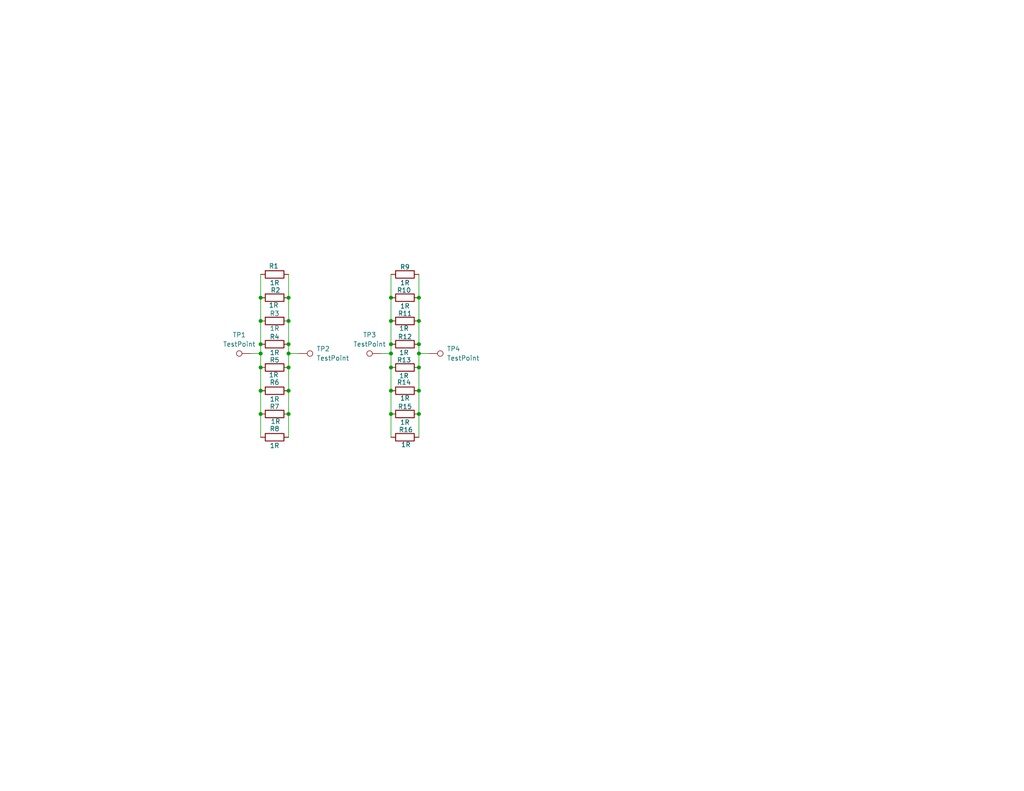
<source format=kicad_sch>
(kicad_sch
	(version 20231120)
	(generator "eeschema")
	(generator_version "8.0")
	(uuid "a6a62582-87c6-45e3-ba0e-6bcb1ce5fea1")
	(paper "USLetter")
	(title_block
		(title "Current Sense")
		(rev "0")
		(company "Wurth Elektronic")
	)
	(lib_symbols
		(symbol "Connector:TestPoint"
			(pin_numbers hide)
			(pin_names
				(offset 0.762) hide)
			(exclude_from_sim no)
			(in_bom yes)
			(on_board yes)
			(property "Reference" "TP"
				(at 0 6.858 0)
				(effects
					(font
						(size 1.27 1.27)
					)
				)
			)
			(property "Value" "TestPoint"
				(at 0 5.08 0)
				(effects
					(font
						(size 1.27 1.27)
					)
				)
			)
			(property "Footprint" ""
				(at 5.08 0 0)
				(effects
					(font
						(size 1.27 1.27)
					)
					(hide yes)
				)
			)
			(property "Datasheet" "~"
				(at 5.08 0 0)
				(effects
					(font
						(size 1.27 1.27)
					)
					(hide yes)
				)
			)
			(property "Description" "test point"
				(at 0 0 0)
				(effects
					(font
						(size 1.27 1.27)
					)
					(hide yes)
				)
			)
			(property "ki_keywords" "test point tp"
				(at 0 0 0)
				(effects
					(font
						(size 1.27 1.27)
					)
					(hide yes)
				)
			)
			(property "ki_fp_filters" "Pin* Test*"
				(at 0 0 0)
				(effects
					(font
						(size 1.27 1.27)
					)
					(hide yes)
				)
			)
			(symbol "TestPoint_0_1"
				(circle
					(center 0 3.302)
					(radius 0.762)
					(stroke
						(width 0)
						(type default)
					)
					(fill
						(type none)
					)
				)
			)
			(symbol "TestPoint_1_1"
				(pin passive line
					(at 0 0 90)
					(length 2.54)
					(name "1"
						(effects
							(font
								(size 1.27 1.27)
							)
						)
					)
					(number "1"
						(effects
							(font
								(size 1.27 1.27)
							)
						)
					)
				)
			)
		)
		(symbol "Device:R"
			(pin_numbers hide)
			(pin_names
				(offset 0)
			)
			(exclude_from_sim no)
			(in_bom yes)
			(on_board yes)
			(property "Reference" "R"
				(at 2.032 0 90)
				(effects
					(font
						(size 1.27 1.27)
					)
				)
			)
			(property "Value" "R"
				(at 0 0 90)
				(effects
					(font
						(size 1.27 1.27)
					)
				)
			)
			(property "Footprint" ""
				(at -1.778 0 90)
				(effects
					(font
						(size 1.27 1.27)
					)
					(hide yes)
				)
			)
			(property "Datasheet" "~"
				(at 0 0 0)
				(effects
					(font
						(size 1.27 1.27)
					)
					(hide yes)
				)
			)
			(property "Description" "Resistor"
				(at 0 0 0)
				(effects
					(font
						(size 1.27 1.27)
					)
					(hide yes)
				)
			)
			(property "ki_keywords" "R res resistor"
				(at 0 0 0)
				(effects
					(font
						(size 1.27 1.27)
					)
					(hide yes)
				)
			)
			(property "ki_fp_filters" "R_*"
				(at 0 0 0)
				(effects
					(font
						(size 1.27 1.27)
					)
					(hide yes)
				)
			)
			(symbol "R_0_1"
				(rectangle
					(start -1.016 -2.54)
					(end 1.016 2.54)
					(stroke
						(width 0.254)
						(type default)
					)
					(fill
						(type none)
					)
				)
			)
			(symbol "R_1_1"
				(pin passive line
					(at 0 3.81 270)
					(length 1.27)
					(name "~"
						(effects
							(font
								(size 1.27 1.27)
							)
						)
					)
					(number "1"
						(effects
							(font
								(size 1.27 1.27)
							)
						)
					)
				)
				(pin passive line
					(at 0 -3.81 90)
					(length 1.27)
					(name "~"
						(effects
							(font
								(size 1.27 1.27)
							)
						)
					)
					(number "2"
						(effects
							(font
								(size 1.27 1.27)
							)
						)
					)
				)
			)
		)
	)
	(junction
		(at 114.3 87.63)
		(diameter 0)
		(color 0 0 0 0)
		(uuid "0185dc6f-8cb6-47b5-b18a-dca40be2b3cf")
	)
	(junction
		(at 106.68 96.52)
		(diameter 0)
		(color 0 0 0 0)
		(uuid "06efbc38-b115-4cf9-9831-26de687e8651")
	)
	(junction
		(at 106.68 81.28)
		(diameter 0)
		(color 0 0 0 0)
		(uuid "121226cf-1887-4b2b-8bd9-8662af7d1da9")
	)
	(junction
		(at 71.12 106.68)
		(diameter 0)
		(color 0 0 0 0)
		(uuid "1cb420dd-bf13-4915-afd2-644790906d2d")
	)
	(junction
		(at 78.74 93.98)
		(diameter 0)
		(color 0 0 0 0)
		(uuid "205cea39-10e2-40b8-b69c-a861d8de1452")
	)
	(junction
		(at 106.68 87.63)
		(diameter 0)
		(color 0 0 0 0)
		(uuid "216fdf15-6a52-41ce-9518-2003a7e7a1e3")
	)
	(junction
		(at 78.74 81.28)
		(diameter 0)
		(color 0 0 0 0)
		(uuid "26ba3500-98b6-492c-acf7-eb87833fdc18")
	)
	(junction
		(at 71.12 87.63)
		(diameter 0)
		(color 0 0 0 0)
		(uuid "2967c0da-bc19-44c6-9e1f-e842956cb643")
	)
	(junction
		(at 78.74 100.33)
		(diameter 0)
		(color 0 0 0 0)
		(uuid "2a71ddd2-3a88-4173-b8f8-62113a9ef65c")
	)
	(junction
		(at 78.74 113.03)
		(diameter 0)
		(color 0 0 0 0)
		(uuid "331ef5c8-4b53-4031-9717-eeed7cd7b793")
	)
	(junction
		(at 106.68 100.33)
		(diameter 0)
		(color 0 0 0 0)
		(uuid "341b22d5-2cb3-4223-a9e0-4980b90b457f")
	)
	(junction
		(at 114.3 100.33)
		(diameter 0)
		(color 0 0 0 0)
		(uuid "370ad284-85b5-465a-a7e3-6002e3e03d52")
	)
	(junction
		(at 114.3 96.52)
		(diameter 0)
		(color 0 0 0 0)
		(uuid "43975f50-71a7-410e-b17e-1ecba5a782e5")
	)
	(junction
		(at 78.74 96.52)
		(diameter 0)
		(color 0 0 0 0)
		(uuid "575a0e70-a3df-459e-ad61-666977d0577e")
	)
	(junction
		(at 71.12 113.03)
		(diameter 0)
		(color 0 0 0 0)
		(uuid "58d27a41-e3ae-4f32-bcc7-2f43818dfe72")
	)
	(junction
		(at 114.3 106.68)
		(diameter 0)
		(color 0 0 0 0)
		(uuid "764b191b-3a62-4fec-be36-053f4051161a")
	)
	(junction
		(at 106.68 93.98)
		(diameter 0)
		(color 0 0 0 0)
		(uuid "7972db33-e0eb-40dd-ae7a-baccee0ad68e")
	)
	(junction
		(at 71.12 81.28)
		(diameter 0)
		(color 0 0 0 0)
		(uuid "884dc57e-95a6-40c8-938c-c80016fabcd9")
	)
	(junction
		(at 78.74 87.63)
		(diameter 0)
		(color 0 0 0 0)
		(uuid "8bfc51a7-ca7d-4a47-90fe-e1e814b18154")
	)
	(junction
		(at 114.3 113.03)
		(diameter 0)
		(color 0 0 0 0)
		(uuid "8e6766df-38e0-4895-ae69-d667413a84dd")
	)
	(junction
		(at 114.3 81.28)
		(diameter 0)
		(color 0 0 0 0)
		(uuid "9f0eccb7-0634-4907-924c-09b47c93d15d")
	)
	(junction
		(at 71.12 93.98)
		(diameter 0)
		(color 0 0 0 0)
		(uuid "acc15fba-5368-4283-a807-ed5179e8ab62")
	)
	(junction
		(at 114.3 93.98)
		(diameter 0)
		(color 0 0 0 0)
		(uuid "b4c052a7-22ce-4c57-8398-0765ca2e5d08")
	)
	(junction
		(at 71.12 100.33)
		(diameter 0)
		(color 0 0 0 0)
		(uuid "d2741674-acc5-4b94-b01e-bd44df26e495")
	)
	(junction
		(at 78.74 106.68)
		(diameter 0)
		(color 0 0 0 0)
		(uuid "e323e427-9998-4bf4-a3dd-76a14762b26b")
	)
	(junction
		(at 71.12 96.52)
		(diameter 0)
		(color 0 0 0 0)
		(uuid "e41afbe5-b3b3-40fd-a7f7-8ed9285cec6c")
	)
	(junction
		(at 106.68 106.68)
		(diameter 0)
		(color 0 0 0 0)
		(uuid "e8228cdb-3ed4-47b3-adb4-6405cea16bdb")
	)
	(junction
		(at 106.68 113.03)
		(diameter 0)
		(color 0 0 0 0)
		(uuid "ebcf8ff5-a918-41ef-9357-7524064d7b56")
	)
	(wire
		(pts
			(xy 106.68 81.28) (xy 106.68 74.93)
		)
		(stroke
			(width 0)
			(type default)
		)
		(uuid "0267f5ff-a863-41c6-9907-9655dfd5374a")
	)
	(wire
		(pts
			(xy 106.68 100.33) (xy 106.68 96.52)
		)
		(stroke
			(width 0)
			(type default)
		)
		(uuid "0bb3a465-7aa5-480e-8ddc-9620093e0487")
	)
	(wire
		(pts
			(xy 78.74 96.52) (xy 81.28 96.52)
		)
		(stroke
			(width 0)
			(type default)
		)
		(uuid "0d7ed854-9ed3-4175-8cbd-d6f5c2229f45")
	)
	(wire
		(pts
			(xy 78.74 93.98) (xy 78.74 96.52)
		)
		(stroke
			(width 0)
			(type default)
		)
		(uuid "14fa8f5e-1638-432e-8caf-daa12bd8d875")
	)
	(wire
		(pts
			(xy 106.68 106.68) (xy 106.68 100.33)
		)
		(stroke
			(width 0)
			(type default)
		)
		(uuid "1ae8cf11-5e7e-4b08-a7dd-92b7cce71ac4")
	)
	(wire
		(pts
			(xy 114.3 87.63) (xy 114.3 93.98)
		)
		(stroke
			(width 0)
			(type default)
		)
		(uuid "1c24b740-2aab-4ad2-9475-f5be2b6621dd")
	)
	(wire
		(pts
			(xy 71.12 74.93) (xy 71.12 81.28)
		)
		(stroke
			(width 0)
			(type default)
		)
		(uuid "244abf42-83a8-4469-befb-f3048660ce8e")
	)
	(wire
		(pts
			(xy 106.68 113.03) (xy 106.68 106.68)
		)
		(stroke
			(width 0)
			(type default)
		)
		(uuid "2d093672-5ee0-416e-8ad1-f73b607ca0f6")
	)
	(wire
		(pts
			(xy 106.68 93.98) (xy 106.68 87.63)
		)
		(stroke
			(width 0)
			(type default)
		)
		(uuid "30b7520d-abc3-4f6a-8678-3cb60c1729a8")
	)
	(wire
		(pts
			(xy 78.74 106.68) (xy 78.74 113.03)
		)
		(stroke
			(width 0)
			(type default)
		)
		(uuid "33fedbfe-be4d-4948-9e37-07691a185d2f")
	)
	(wire
		(pts
			(xy 114.3 96.52) (xy 116.84 96.52)
		)
		(stroke
			(width 0)
			(type default)
		)
		(uuid "35e610b1-7498-4ea9-a478-a3e6344fc782")
	)
	(wire
		(pts
			(xy 71.12 96.52) (xy 71.12 100.33)
		)
		(stroke
			(width 0)
			(type default)
		)
		(uuid "36ae9fba-0fba-4d04-935f-357cc8f3bc0d")
	)
	(wire
		(pts
			(xy 106.68 87.63) (xy 106.68 81.28)
		)
		(stroke
			(width 0)
			(type default)
		)
		(uuid "4fba2e65-6b9a-45b1-8280-bb91ec6fad80")
	)
	(wire
		(pts
			(xy 71.12 113.03) (xy 71.12 119.38)
		)
		(stroke
			(width 0)
			(type default)
		)
		(uuid "528af737-33bc-4d9f-86a2-c589ce52875c")
	)
	(wire
		(pts
			(xy 106.68 96.52) (xy 106.68 93.98)
		)
		(stroke
			(width 0)
			(type default)
		)
		(uuid "5be47128-2378-404c-b282-22852275d11a")
	)
	(wire
		(pts
			(xy 114.3 96.52) (xy 114.3 100.33)
		)
		(stroke
			(width 0)
			(type default)
		)
		(uuid "7ded48c8-6a87-40ff-87a6-7889be563f86")
	)
	(wire
		(pts
			(xy 114.3 93.98) (xy 114.3 96.52)
		)
		(stroke
			(width 0)
			(type default)
		)
		(uuid "90f9852d-9d9a-49f8-a196-c22f7f9cb689")
	)
	(wire
		(pts
			(xy 71.12 100.33) (xy 71.12 106.68)
		)
		(stroke
			(width 0)
			(type default)
		)
		(uuid "97ec904a-a000-4d32-8cdb-3d07d89dbac0")
	)
	(wire
		(pts
			(xy 104.14 96.52) (xy 106.68 96.52)
		)
		(stroke
			(width 0)
			(type default)
		)
		(uuid "99fec854-f5cc-49d6-b2dd-6b64f724c83d")
	)
	(wire
		(pts
			(xy 114.3 113.03) (xy 114.3 119.38)
		)
		(stroke
			(width 0)
			(type default)
		)
		(uuid "9bc15007-1c36-4fb6-85d2-340432a896ec")
	)
	(wire
		(pts
			(xy 78.74 100.33) (xy 78.74 106.68)
		)
		(stroke
			(width 0)
			(type default)
		)
		(uuid "9fe872bd-1f97-4b77-a530-633dfbf737f2")
	)
	(wire
		(pts
			(xy 78.74 96.52) (xy 78.74 100.33)
		)
		(stroke
			(width 0)
			(type default)
		)
		(uuid "a0085b2e-3949-4a51-98cd-0b90e00c6601")
	)
	(wire
		(pts
			(xy 68.58 96.52) (xy 71.12 96.52)
		)
		(stroke
			(width 0)
			(type default)
		)
		(uuid "b815b900-8b87-4608-8413-c7f914c8bd96")
	)
	(wire
		(pts
			(xy 114.3 81.28) (xy 114.3 87.63)
		)
		(stroke
			(width 0)
			(type default)
		)
		(uuid "b9479008-5608-4d3a-a6b9-c6db1ecfd3bb")
	)
	(wire
		(pts
			(xy 114.3 106.68) (xy 114.3 113.03)
		)
		(stroke
			(width 0)
			(type default)
		)
		(uuid "bad516b7-7154-4a98-a48b-a94906a11187")
	)
	(wire
		(pts
			(xy 71.12 106.68) (xy 71.12 113.03)
		)
		(stroke
			(width 0)
			(type default)
		)
		(uuid "baeade77-38fb-4a67-80bf-bf87b30f153c")
	)
	(wire
		(pts
			(xy 78.74 113.03) (xy 78.74 119.38)
		)
		(stroke
			(width 0)
			(type default)
		)
		(uuid "be234b93-d4fa-4a10-9e55-8bf2b4fe56a8")
	)
	(wire
		(pts
			(xy 71.12 87.63) (xy 71.12 93.98)
		)
		(stroke
			(width 0)
			(type default)
		)
		(uuid "cab565f4-627e-4e7d-8705-4841e0be08ae")
	)
	(wire
		(pts
			(xy 71.12 81.28) (xy 71.12 87.63)
		)
		(stroke
			(width 0)
			(type default)
		)
		(uuid "d788b911-4b4f-4acf-9042-3bc6ce66c3cb")
	)
	(wire
		(pts
			(xy 106.68 119.38) (xy 106.68 113.03)
		)
		(stroke
			(width 0)
			(type default)
		)
		(uuid "d8055045-b851-4247-9224-a0cf732b5387")
	)
	(wire
		(pts
			(xy 114.3 74.93) (xy 114.3 81.28)
		)
		(stroke
			(width 0)
			(type default)
		)
		(uuid "df292e04-4341-493e-b905-1581955a574f")
	)
	(wire
		(pts
			(xy 114.3 100.33) (xy 114.3 106.68)
		)
		(stroke
			(width 0)
			(type default)
		)
		(uuid "e26ec5b5-3aa4-4d19-9ef8-8fd668a3940d")
	)
	(wire
		(pts
			(xy 78.74 74.93) (xy 78.74 81.28)
		)
		(stroke
			(width 0)
			(type default)
		)
		(uuid "e5bc955e-38ce-4087-8eed-80fef77f4abe")
	)
	(wire
		(pts
			(xy 71.12 93.98) (xy 71.12 96.52)
		)
		(stroke
			(width 0)
			(type default)
		)
		(uuid "f27fe8b1-af1c-4bf8-8a74-fe4a1a4bdeef")
	)
	(wire
		(pts
			(xy 78.74 87.63) (xy 78.74 93.98)
		)
		(stroke
			(width 0)
			(type default)
		)
		(uuid "faf26e5e-efc9-45c0-8656-66be920ae6fe")
	)
	(wire
		(pts
			(xy 78.74 81.28) (xy 78.74 87.63)
		)
		(stroke
			(width 0)
			(type default)
		)
		(uuid "fc626920-3f24-4a93-86d5-06e276d203ea")
	)
	(symbol
		(lib_id "Device:R")
		(at 110.49 74.93 90)
		(unit 1)
		(exclude_from_sim no)
		(in_bom yes)
		(on_board yes)
		(dnp no)
		(uuid "03fc9666-b44e-4b98-a5b5-e878c1364c33")
		(property "Reference" "R9"
			(at 110.49 72.898 90)
			(effects
				(font
					(size 1.27 1.27)
				)
			)
		)
		(property "Value" "1R"
			(at 110.49 77.216 90)
			(effects
				(font
					(size 1.27 1.27)
				)
			)
		)
		(property "Footprint" "Resistor_SMD:R_0805_2012Metric"
			(at 110.49 76.708 90)
			(effects
				(font
					(size 1.27 1.27)
				)
				(hide yes)
			)
		)
		(property "Datasheet" "~"
			(at 110.49 74.93 0)
			(effects
				(font
					(size 1.27 1.27)
				)
				(hide yes)
			)
		)
		(property "Description" "Resistor"
			(at 110.49 74.93 0)
			(effects
				(font
					(size 1.27 1.27)
				)
				(hide yes)
			)
		)
		(pin "1"
			(uuid "e19ff3eb-5126-4e29-8485-5e16aca874cf")
		)
		(pin "2"
			(uuid "bd2f4dc5-b21b-47a9-b513-232310f3b76d")
		)
		(instances
			(project "ST2402"
				(path "/05d99ba5-bbac-4bd6-931a-0f6166a2e0ac/9cbeec5c-25e9-4b6c-84b3-ee5601b6ae17"
					(reference "R9")
					(unit 1)
				)
			)
		)
	)
	(symbol
		(lib_id "Device:R")
		(at 110.49 93.98 90)
		(unit 1)
		(exclude_from_sim no)
		(in_bom yes)
		(on_board yes)
		(dnp no)
		(uuid "06c077ee-1f9d-4e5b-ab5b-f720292255aa")
		(property "Reference" "R12"
			(at 110.49 91.948 90)
			(effects
				(font
					(size 1.27 1.27)
				)
			)
		)
		(property "Value" "1R"
			(at 110.236 96.266 90)
			(effects
				(font
					(size 1.27 1.27)
				)
			)
		)
		(property "Footprint" "Resistor_SMD:R_0805_2012Metric"
			(at 110.49 95.758 90)
			(effects
				(font
					(size 1.27 1.27)
				)
				(hide yes)
			)
		)
		(property "Datasheet" "~"
			(at 110.49 93.98 0)
			(effects
				(font
					(size 1.27 1.27)
				)
				(hide yes)
			)
		)
		(property "Description" "Resistor"
			(at 110.49 93.98 0)
			(effects
				(font
					(size 1.27 1.27)
				)
				(hide yes)
			)
		)
		(pin "1"
			(uuid "8f628437-aac7-4bf8-95af-d1aaf7785d0a")
		)
		(pin "2"
			(uuid "a9ab0ca0-f9df-4255-93ea-4b6d8311c349")
		)
		(instances
			(project "ST2402"
				(path "/05d99ba5-bbac-4bd6-931a-0f6166a2e0ac/9cbeec5c-25e9-4b6c-84b3-ee5601b6ae17"
					(reference "R12")
					(unit 1)
				)
			)
		)
	)
	(symbol
		(lib_id "Device:R")
		(at 110.49 106.68 90)
		(unit 1)
		(exclude_from_sim no)
		(in_bom yes)
		(on_board yes)
		(dnp no)
		(uuid "123fa4c7-fb07-4092-9b60-619be17cb2ba")
		(property "Reference" "R14"
			(at 110.236 104.394 90)
			(effects
				(font
					(size 1.27 1.27)
				)
			)
		)
		(property "Value" "1R"
			(at 110.49 108.712 90)
			(effects
				(font
					(size 1.27 1.27)
				)
			)
		)
		(property "Footprint" "Resistor_SMD:R_0805_2012Metric"
			(at 110.49 108.458 90)
			(effects
				(font
					(size 1.27 1.27)
				)
				(hide yes)
			)
		)
		(property "Datasheet" "~"
			(at 110.49 106.68 0)
			(effects
				(font
					(size 1.27 1.27)
				)
				(hide yes)
			)
		)
		(property "Description" "Resistor"
			(at 110.49 106.68 0)
			(effects
				(font
					(size 1.27 1.27)
				)
				(hide yes)
			)
		)
		(pin "1"
			(uuid "b82f27aa-eec7-4d25-9bc1-c9d4d423f45c")
		)
		(pin "2"
			(uuid "400633a7-e4cd-40f7-aac4-43084d895b4a")
		)
		(instances
			(project "ST2402"
				(path "/05d99ba5-bbac-4bd6-931a-0f6166a2e0ac/9cbeec5c-25e9-4b6c-84b3-ee5601b6ae17"
					(reference "R14")
					(unit 1)
				)
			)
		)
	)
	(symbol
		(lib_id "Device:R")
		(at 74.93 106.68 90)
		(unit 1)
		(exclude_from_sim no)
		(in_bom yes)
		(on_board yes)
		(dnp no)
		(uuid "272b3fac-5742-401d-85f9-e43dd2ef87fa")
		(property "Reference" "R6"
			(at 74.93 104.394 90)
			(effects
				(font
					(size 1.27 1.27)
				)
			)
		)
		(property "Value" "1R"
			(at 74.93 108.966 90)
			(effects
				(font
					(size 1.27 1.27)
				)
			)
		)
		(property "Footprint" "Resistor_SMD:R_0805_2012Metric"
			(at 74.93 108.458 90)
			(effects
				(font
					(size 1.27 1.27)
				)
				(hide yes)
			)
		)
		(property "Datasheet" "~"
			(at 74.93 106.68 0)
			(effects
				(font
					(size 1.27 1.27)
				)
				(hide yes)
			)
		)
		(property "Description" "Resistor"
			(at 74.93 106.68 0)
			(effects
				(font
					(size 1.27 1.27)
				)
				(hide yes)
			)
		)
		(pin "1"
			(uuid "0c0b68cd-3601-4540-9b23-9b40a05d4620")
		)
		(pin "2"
			(uuid "fadad3a4-dfec-4f72-ae94-1fb03c4b0614")
		)
		(instances
			(project "ST2402"
				(path "/05d99ba5-bbac-4bd6-931a-0f6166a2e0ac/9cbeec5c-25e9-4b6c-84b3-ee5601b6ae17"
					(reference "R6")
					(unit 1)
				)
			)
		)
	)
	(symbol
		(lib_id "Connector:TestPoint")
		(at 116.84 96.52 270)
		(unit 1)
		(exclude_from_sim no)
		(in_bom yes)
		(on_board yes)
		(dnp no)
		(fields_autoplaced yes)
		(uuid "317c550f-a57d-4171-a9ac-361355473ff5")
		(property "Reference" "TP4"
			(at 121.92 95.2499 90)
			(effects
				(font
					(size 1.27 1.27)
				)
				(justify left)
			)
		)
		(property "Value" "TestPoint"
			(at 121.92 97.7899 90)
			(effects
				(font
					(size 1.27 1.27)
				)
				(justify left)
			)
		)
		(property "Footprint" ""
			(at 116.84 101.6 0)
			(effects
				(font
					(size 1.27 1.27)
				)
				(hide yes)
			)
		)
		(property "Datasheet" "~"
			(at 116.84 101.6 0)
			(effects
				(font
					(size 1.27 1.27)
				)
				(hide yes)
			)
		)
		(property "Description" "test point"
			(at 116.84 96.52 0)
			(effects
				(font
					(size 1.27 1.27)
				)
				(hide yes)
			)
		)
		(pin "1"
			(uuid "4f6dc455-076d-4ca9-8885-7fdf8a4e8a9d")
		)
		(instances
			(project "ST2402"
				(path "/05d99ba5-bbac-4bd6-931a-0f6166a2e0ac/9cbeec5c-25e9-4b6c-84b3-ee5601b6ae17"
					(reference "TP4")
					(unit 1)
				)
			)
		)
	)
	(symbol
		(lib_id "Device:R")
		(at 110.49 113.03 90)
		(unit 1)
		(exclude_from_sim no)
		(in_bom yes)
		(on_board yes)
		(dnp no)
		(uuid "3ca2231b-7c8e-4749-9c99-a48240002651")
		(property "Reference" "R15"
			(at 110.49 110.998 90)
			(effects
				(font
					(size 1.27 1.27)
				)
			)
		)
		(property "Value" "1R"
			(at 110.49 115.316 90)
			(effects
				(font
					(size 1.27 1.27)
				)
			)
		)
		(property "Footprint" "Resistor_SMD:R_0805_2012Metric"
			(at 110.49 114.808 90)
			(effects
				(font
					(size 1.27 1.27)
				)
				(hide yes)
			)
		)
		(property "Datasheet" "~"
			(at 110.49 113.03 0)
			(effects
				(font
					(size 1.27 1.27)
				)
				(hide yes)
			)
		)
		(property "Description" "Resistor"
			(at 110.49 113.03 0)
			(effects
				(font
					(size 1.27 1.27)
				)
				(hide yes)
			)
		)
		(pin "1"
			(uuid "402fb3e4-e20a-4143-8ee2-466b9abeacb6")
		)
		(pin "2"
			(uuid "fd486950-882f-418d-8ec8-9077526a07a4")
		)
		(instances
			(project "ST2402"
				(path "/05d99ba5-bbac-4bd6-931a-0f6166a2e0ac/9cbeec5c-25e9-4b6c-84b3-ee5601b6ae17"
					(reference "R15")
					(unit 1)
				)
			)
		)
	)
	(symbol
		(lib_id "Device:R")
		(at 74.93 100.33 90)
		(unit 1)
		(exclude_from_sim no)
		(in_bom yes)
		(on_board yes)
		(dnp no)
		(uuid "4d1a088a-dd41-4694-af18-a87e6b698026")
		(property "Reference" "R5"
			(at 74.93 98.298 90)
			(effects
				(font
					(size 1.27 1.27)
				)
			)
		)
		(property "Value" "1R"
			(at 74.676 102.362 90)
			(effects
				(font
					(size 1.27 1.27)
				)
			)
		)
		(property "Footprint" "Resistor_SMD:R_0805_2012Metric"
			(at 74.93 102.108 90)
			(effects
				(font
					(size 1.27 1.27)
				)
				(hide yes)
			)
		)
		(property "Datasheet" "~"
			(at 74.93 100.33 0)
			(effects
				(font
					(size 1.27 1.27)
				)
				(hide yes)
			)
		)
		(property "Description" "Resistor"
			(at 74.93 100.33 0)
			(effects
				(font
					(size 1.27 1.27)
				)
				(hide yes)
			)
		)
		(pin "1"
			(uuid "4dfef20f-a37a-412e-8911-d112440f919f")
		)
		(pin "2"
			(uuid "f45fdbab-f9b5-4059-aeac-369273d742e3")
		)
		(instances
			(project "ST2402"
				(path "/05d99ba5-bbac-4bd6-931a-0f6166a2e0ac/9cbeec5c-25e9-4b6c-84b3-ee5601b6ae17"
					(reference "R5")
					(unit 1)
				)
			)
		)
	)
	(symbol
		(lib_id "Device:R")
		(at 74.93 93.98 90)
		(unit 1)
		(exclude_from_sim no)
		(in_bom yes)
		(on_board yes)
		(dnp no)
		(uuid "54348b70-4391-4c89-9c95-5e3ceb3bef86")
		(property "Reference" "R4"
			(at 74.93 91.948 90)
			(effects
				(font
					(size 1.27 1.27)
				)
			)
		)
		(property "Value" "1R"
			(at 74.93 96.266 90)
			(effects
				(font
					(size 1.27 1.27)
				)
			)
		)
		(property "Footprint" "Resistor_SMD:R_0805_2012Metric"
			(at 74.93 95.758 90)
			(effects
				(font
					(size 1.27 1.27)
				)
				(hide yes)
			)
		)
		(property "Datasheet" "~"
			(at 74.93 93.98 0)
			(effects
				(font
					(size 1.27 1.27)
				)
				(hide yes)
			)
		)
		(property "Description" "Resistor"
			(at 74.93 93.98 0)
			(effects
				(font
					(size 1.27 1.27)
				)
				(hide yes)
			)
		)
		(pin "1"
			(uuid "6bd60e2b-33c7-486a-a10d-81541315d0c7")
		)
		(pin "2"
			(uuid "7638daaf-d18f-4be3-8a6b-d66773a5d266")
		)
		(instances
			(project "ST2402"
				(path "/05d99ba5-bbac-4bd6-931a-0f6166a2e0ac/9cbeec5c-25e9-4b6c-84b3-ee5601b6ae17"
					(reference "R4")
					(unit 1)
				)
			)
		)
	)
	(symbol
		(lib_id "Device:R")
		(at 110.49 81.28 90)
		(unit 1)
		(exclude_from_sim no)
		(in_bom yes)
		(on_board yes)
		(dnp no)
		(uuid "5afbca62-7ab8-429d-8bdb-e9a1d6f8c215")
		(property "Reference" "R10"
			(at 110.236 79.248 90)
			(effects
				(font
					(size 1.27 1.27)
				)
			)
		)
		(property "Value" "1R"
			(at 110.49 83.566 90)
			(effects
				(font
					(size 1.27 1.27)
				)
			)
		)
		(property "Footprint" "Resistor_SMD:R_0805_2012Metric"
			(at 110.49 83.058 90)
			(effects
				(font
					(size 1.27 1.27)
				)
				(hide yes)
			)
		)
		(property "Datasheet" "~"
			(at 110.49 81.28 0)
			(effects
				(font
					(size 1.27 1.27)
				)
				(hide yes)
			)
		)
		(property "Description" "Resistor"
			(at 110.49 81.28 0)
			(effects
				(font
					(size 1.27 1.27)
				)
				(hide yes)
			)
		)
		(pin "1"
			(uuid "5ce3b173-25f6-40f2-85e6-e35cfe14d2dd")
		)
		(pin "2"
			(uuid "5970d210-78a7-412d-ad74-8af0c6c13ada")
		)
		(instances
			(project "ST2402"
				(path "/05d99ba5-bbac-4bd6-931a-0f6166a2e0ac/9cbeec5c-25e9-4b6c-84b3-ee5601b6ae17"
					(reference "R10")
					(unit 1)
				)
			)
		)
	)
	(symbol
		(lib_id "Device:R")
		(at 74.93 74.93 90)
		(unit 1)
		(exclude_from_sim no)
		(in_bom yes)
		(on_board yes)
		(dnp no)
		(uuid "62e325d4-0e68-4d48-a705-dc529a1a9afd")
		(property "Reference" "R1"
			(at 74.676 72.644 90)
			(effects
				(font
					(size 1.27 1.27)
				)
			)
		)
		(property "Value" "1R"
			(at 74.93 77.216 90)
			(effects
				(font
					(size 1.27 1.27)
				)
			)
		)
		(property "Footprint" "Resistor_SMD:R_0805_2012Metric"
			(at 74.93 76.708 90)
			(effects
				(font
					(size 1.27 1.27)
				)
				(hide yes)
			)
		)
		(property "Datasheet" "~"
			(at 74.93 74.93 0)
			(effects
				(font
					(size 1.27 1.27)
				)
				(hide yes)
			)
		)
		(property "Description" "Resistor"
			(at 74.93 74.93 0)
			(effects
				(font
					(size 1.27 1.27)
				)
				(hide yes)
			)
		)
		(pin "1"
			(uuid "a908363d-ea56-4fee-b6e5-d4c9917c4fe0")
		)
		(pin "2"
			(uuid "73bb5e51-6425-4897-9577-c054f7d5c3ba")
		)
		(instances
			(project ""
				(path "/05d99ba5-bbac-4bd6-931a-0f6166a2e0ac/9cbeec5c-25e9-4b6c-84b3-ee5601b6ae17"
					(reference "R1")
					(unit 1)
				)
			)
		)
	)
	(symbol
		(lib_id "Device:R")
		(at 74.93 119.38 90)
		(unit 1)
		(exclude_from_sim no)
		(in_bom yes)
		(on_board yes)
		(dnp no)
		(uuid "912d16b6-9242-4269-9b5d-11e31b18982c")
		(property "Reference" "R8"
			(at 74.93 117.094 90)
			(effects
				(font
					(size 1.27 1.27)
				)
			)
		)
		(property "Value" "1R"
			(at 74.93 121.666 90)
			(effects
				(font
					(size 1.27 1.27)
				)
			)
		)
		(property "Footprint" "Resistor_SMD:R_0805_2012Metric"
			(at 74.93 121.158 90)
			(effects
				(font
					(size 1.27 1.27)
				)
				(hide yes)
			)
		)
		(property "Datasheet" "~"
			(at 74.93 119.38 0)
			(effects
				(font
					(size 1.27 1.27)
				)
				(hide yes)
			)
		)
		(property "Description" "Resistor"
			(at 74.93 119.38 0)
			(effects
				(font
					(size 1.27 1.27)
				)
				(hide yes)
			)
		)
		(pin "1"
			(uuid "f19a2d54-768f-4532-9e94-0e5dc722db30")
		)
		(pin "2"
			(uuid "2f0ea2b1-f78d-4782-b573-1f1a0bacbf12")
		)
		(instances
			(project "ST2402"
				(path "/05d99ba5-bbac-4bd6-931a-0f6166a2e0ac/9cbeec5c-25e9-4b6c-84b3-ee5601b6ae17"
					(reference "R8")
					(unit 1)
				)
			)
		)
	)
	(symbol
		(lib_id "Device:R")
		(at 74.93 113.03 90)
		(unit 1)
		(exclude_from_sim no)
		(in_bom yes)
		(on_board yes)
		(dnp no)
		(uuid "919ed1d9-6034-49d6-b1e5-3f84a21bc0be")
		(property "Reference" "R7"
			(at 74.93 110.998 90)
			(effects
				(font
					(size 1.27 1.27)
				)
			)
		)
		(property "Value" "1R"
			(at 75.184 115.062 90)
			(effects
				(font
					(size 1.27 1.27)
				)
			)
		)
		(property "Footprint" "Resistor_SMD:R_0805_2012Metric"
			(at 74.93 114.808 90)
			(effects
				(font
					(size 1.27 1.27)
				)
				(hide yes)
			)
		)
		(property "Datasheet" "~"
			(at 74.93 113.03 0)
			(effects
				(font
					(size 1.27 1.27)
				)
				(hide yes)
			)
		)
		(property "Description" "Resistor"
			(at 74.93 113.03 0)
			(effects
				(font
					(size 1.27 1.27)
				)
				(hide yes)
			)
		)
		(pin "1"
			(uuid "f1554f19-1a53-4c12-8559-c2b624f0c27c")
		)
		(pin "2"
			(uuid "e1014f30-673f-4687-b170-5c3463e69b76")
		)
		(instances
			(project "ST2402"
				(path "/05d99ba5-bbac-4bd6-931a-0f6166a2e0ac/9cbeec5c-25e9-4b6c-84b3-ee5601b6ae17"
					(reference "R7")
					(unit 1)
				)
			)
		)
	)
	(symbol
		(lib_id "Connector:TestPoint")
		(at 68.58 96.52 90)
		(unit 1)
		(exclude_from_sim no)
		(in_bom yes)
		(on_board yes)
		(dnp no)
		(fields_autoplaced yes)
		(uuid "960b652b-7076-4889-b3b3-32e115e09b7b")
		(property "Reference" "TP1"
			(at 65.278 91.44 90)
			(effects
				(font
					(size 1.27 1.27)
				)
			)
		)
		(property "Value" "TestPoint"
			(at 65.278 93.98 90)
			(effects
				(font
					(size 1.27 1.27)
				)
			)
		)
		(property "Footprint" ""
			(at 68.58 91.44 0)
			(effects
				(font
					(size 1.27 1.27)
				)
				(hide yes)
			)
		)
		(property "Datasheet" "~"
			(at 68.58 91.44 0)
			(effects
				(font
					(size 1.27 1.27)
				)
				(hide yes)
			)
		)
		(property "Description" "test point"
			(at 68.58 96.52 0)
			(effects
				(font
					(size 1.27 1.27)
				)
				(hide yes)
			)
		)
		(pin "1"
			(uuid "8d8b6469-c51a-47f9-bbeb-ccfa8fe382d0")
		)
		(instances
			(project ""
				(path "/05d99ba5-bbac-4bd6-931a-0f6166a2e0ac/9cbeec5c-25e9-4b6c-84b3-ee5601b6ae17"
					(reference "TP1")
					(unit 1)
				)
			)
		)
	)
	(symbol
		(lib_id "Device:R")
		(at 110.49 119.38 90)
		(unit 1)
		(exclude_from_sim no)
		(in_bom yes)
		(on_board yes)
		(dnp no)
		(uuid "9e4133d5-68b0-41f3-82f8-4e202fc472f7")
		(property "Reference" "R16"
			(at 110.744 117.348 90)
			(effects
				(font
					(size 1.27 1.27)
				)
			)
		)
		(property "Value" "1R"
			(at 110.744 121.412 90)
			(effects
				(font
					(size 1.27 1.27)
				)
			)
		)
		(property "Footprint" "Resistor_SMD:R_0805_2012Metric"
			(at 110.49 121.158 90)
			(effects
				(font
					(size 1.27 1.27)
				)
				(hide yes)
			)
		)
		(property "Datasheet" "~"
			(at 110.49 119.38 0)
			(effects
				(font
					(size 1.27 1.27)
				)
				(hide yes)
			)
		)
		(property "Description" "Resistor"
			(at 110.49 119.38 0)
			(effects
				(font
					(size 1.27 1.27)
				)
				(hide yes)
			)
		)
		(pin "1"
			(uuid "c3f988b9-68b5-42c1-8d04-ea3061fb74ae")
		)
		(pin "2"
			(uuid "120c5fcf-d76c-4e5a-860f-99833bab4824")
		)
		(instances
			(project "ST2402"
				(path "/05d99ba5-bbac-4bd6-931a-0f6166a2e0ac/9cbeec5c-25e9-4b6c-84b3-ee5601b6ae17"
					(reference "R16")
					(unit 1)
				)
			)
		)
	)
	(symbol
		(lib_id "Connector:TestPoint")
		(at 104.14 96.52 90)
		(unit 1)
		(exclude_from_sim no)
		(in_bom yes)
		(on_board yes)
		(dnp no)
		(fields_autoplaced yes)
		(uuid "b7a93577-f798-4dc1-b23c-4c7e4604eb96")
		(property "Reference" "TP3"
			(at 100.838 91.44 90)
			(effects
				(font
					(size 1.27 1.27)
				)
			)
		)
		(property "Value" "TestPoint"
			(at 100.838 93.98 90)
			(effects
				(font
					(size 1.27 1.27)
				)
			)
		)
		(property "Footprint" ""
			(at 104.14 91.44 0)
			(effects
				(font
					(size 1.27 1.27)
				)
				(hide yes)
			)
		)
		(property "Datasheet" "~"
			(at 104.14 91.44 0)
			(effects
				(font
					(size 1.27 1.27)
				)
				(hide yes)
			)
		)
		(property "Description" "test point"
			(at 104.14 96.52 0)
			(effects
				(font
					(size 1.27 1.27)
				)
				(hide yes)
			)
		)
		(pin "1"
			(uuid "29e4534f-d345-4e4b-a208-4e0991836480")
		)
		(instances
			(project "ST2402"
				(path "/05d99ba5-bbac-4bd6-931a-0f6166a2e0ac/9cbeec5c-25e9-4b6c-84b3-ee5601b6ae17"
					(reference "TP3")
					(unit 1)
				)
			)
		)
	)
	(symbol
		(lib_id "Device:R")
		(at 110.49 100.33 90)
		(unit 1)
		(exclude_from_sim no)
		(in_bom yes)
		(on_board yes)
		(dnp no)
		(uuid "bd901ffb-5174-45a2-bf0c-25f6cef7034d")
		(property "Reference" "R13"
			(at 110.236 98.298 90)
			(effects
				(font
					(size 1.27 1.27)
				)
			)
		)
		(property "Value" "1R"
			(at 110.236 102.616 90)
			(effects
				(font
					(size 1.27 1.27)
				)
			)
		)
		(property "Footprint" "Resistor_SMD:R_0805_2012Metric"
			(at 110.49 102.108 90)
			(effects
				(font
					(size 1.27 1.27)
				)
				(hide yes)
			)
		)
		(property "Datasheet" "~"
			(at 110.49 100.33 0)
			(effects
				(font
					(size 1.27 1.27)
				)
				(hide yes)
			)
		)
		(property "Description" "Resistor"
			(at 110.49 100.33 0)
			(effects
				(font
					(size 1.27 1.27)
				)
				(hide yes)
			)
		)
		(pin "1"
			(uuid "66f39cbd-84d0-45d7-93f4-d6e00ae49483")
		)
		(pin "2"
			(uuid "5cac12bf-c1f0-408a-9440-adedf0fb86b6")
		)
		(instances
			(project "ST2402"
				(path "/05d99ba5-bbac-4bd6-931a-0f6166a2e0ac/9cbeec5c-25e9-4b6c-84b3-ee5601b6ae17"
					(reference "R13")
					(unit 1)
				)
			)
		)
	)
	(symbol
		(lib_id "Device:R")
		(at 110.49 87.63 90)
		(unit 1)
		(exclude_from_sim no)
		(in_bom yes)
		(on_board yes)
		(dnp no)
		(uuid "c5e3c20f-e51f-4b09-8efb-7a9ee312d7cf")
		(property "Reference" "R11"
			(at 110.49 85.598 90)
			(effects
				(font
					(size 1.27 1.27)
				)
			)
		)
		(property "Value" "1R"
			(at 110.236 89.662 90)
			(effects
				(font
					(size 1.27 1.27)
				)
			)
		)
		(property "Footprint" "Resistor_SMD:R_0805_2012Metric"
			(at 110.49 89.408 90)
			(effects
				(font
					(size 1.27 1.27)
				)
				(hide yes)
			)
		)
		(property "Datasheet" "~"
			(at 110.49 87.63 0)
			(effects
				(font
					(size 1.27 1.27)
				)
				(hide yes)
			)
		)
		(property "Description" "Resistor"
			(at 110.49 87.63 0)
			(effects
				(font
					(size 1.27 1.27)
				)
				(hide yes)
			)
		)
		(pin "1"
			(uuid "f784de95-5f68-4e9f-9497-6e02d85162f2")
		)
		(pin "2"
			(uuid "34a1e321-0e71-48ca-a62f-0b2576efefc7")
		)
		(instances
			(project "ST2402"
				(path "/05d99ba5-bbac-4bd6-931a-0f6166a2e0ac/9cbeec5c-25e9-4b6c-84b3-ee5601b6ae17"
					(reference "R11")
					(unit 1)
				)
			)
		)
	)
	(symbol
		(lib_id "Device:R")
		(at 74.93 81.28 90)
		(unit 1)
		(exclude_from_sim no)
		(in_bom yes)
		(on_board yes)
		(dnp no)
		(uuid "ead1fe33-cf0b-4cd9-9aac-7ca8773a5a53")
		(property "Reference" "R2"
			(at 75.184 79.248 90)
			(effects
				(font
					(size 1.27 1.27)
				)
			)
		)
		(property "Value" "1R"
			(at 74.676 83.312 90)
			(effects
				(font
					(size 1.27 1.27)
				)
			)
		)
		(property "Footprint" "Resistor_SMD:R_0805_2012Metric"
			(at 74.93 83.058 90)
			(effects
				(font
					(size 1.27 1.27)
				)
				(hide yes)
			)
		)
		(property "Datasheet" "~"
			(at 74.93 81.28 0)
			(effects
				(font
					(size 1.27 1.27)
				)
				(hide yes)
			)
		)
		(property "Description" "Resistor"
			(at 74.93 81.28 0)
			(effects
				(font
					(size 1.27 1.27)
				)
				(hide yes)
			)
		)
		(pin "1"
			(uuid "df97fc17-6754-4661-894c-943c82356693")
		)
		(pin "2"
			(uuid "c6186c3e-61d4-48b5-8ec7-59f478b2f06f")
		)
		(instances
			(project "ST2402"
				(path "/05d99ba5-bbac-4bd6-931a-0f6166a2e0ac/9cbeec5c-25e9-4b6c-84b3-ee5601b6ae17"
					(reference "R2")
					(unit 1)
				)
			)
		)
	)
	(symbol
		(lib_id "Device:R")
		(at 74.93 87.63 90)
		(unit 1)
		(exclude_from_sim no)
		(in_bom yes)
		(on_board yes)
		(dnp no)
		(uuid "ec6b8126-4261-4659-b9b4-609adba2a346")
		(property "Reference" "R3"
			(at 74.93 85.598 90)
			(effects
				(font
					(size 1.27 1.27)
				)
			)
		)
		(property "Value" "1R"
			(at 74.93 89.662 90)
			(effects
				(font
					(size 1.27 1.27)
				)
			)
		)
		(property "Footprint" "Resistor_SMD:R_0805_2012Metric"
			(at 74.93 89.408 90)
			(effects
				(font
					(size 1.27 1.27)
				)
				(hide yes)
			)
		)
		(property "Datasheet" "~"
			(at 74.93 87.63 0)
			(effects
				(font
					(size 1.27 1.27)
				)
				(hide yes)
			)
		)
		(property "Description" "Resistor"
			(at 74.93 87.63 0)
			(effects
				(font
					(size 1.27 1.27)
				)
				(hide yes)
			)
		)
		(pin "1"
			(uuid "dde3e3fc-808c-4f1e-8009-20ca50fda71b")
		)
		(pin "2"
			(uuid "83f2c784-2d1d-49f2-982d-b21c4fa13e16")
		)
		(instances
			(project "ST2402"
				(path "/05d99ba5-bbac-4bd6-931a-0f6166a2e0ac/9cbeec5c-25e9-4b6c-84b3-ee5601b6ae17"
					(reference "R3")
					(unit 1)
				)
			)
		)
	)
	(symbol
		(lib_id "Connector:TestPoint")
		(at 81.28 96.52 270)
		(unit 1)
		(exclude_from_sim no)
		(in_bom yes)
		(on_board yes)
		(dnp no)
		(fields_autoplaced yes)
		(uuid "fde7f046-a0b9-4429-bac5-5e4d8b8140e9")
		(property "Reference" "TP2"
			(at 86.36 95.2499 90)
			(effects
				(font
					(size 1.27 1.27)
				)
				(justify left)
			)
		)
		(property "Value" "TestPoint"
			(at 86.36 97.7899 90)
			(effects
				(font
					(size 1.27 1.27)
				)
				(justify left)
			)
		)
		(property "Footprint" ""
			(at 81.28 101.6 0)
			(effects
				(font
					(size 1.27 1.27)
				)
				(hide yes)
			)
		)
		(property "Datasheet" "~"
			(at 81.28 101.6 0)
			(effects
				(font
					(size 1.27 1.27)
				)
				(hide yes)
			)
		)
		(property "Description" "test point"
			(at 81.28 96.52 0)
			(effects
				(font
					(size 1.27 1.27)
				)
				(hide yes)
			)
		)
		(pin "1"
			(uuid "480c56b9-aee0-44da-bf74-47fd73a79129")
		)
		(instances
			(project "ST2402"
				(path "/05d99ba5-bbac-4bd6-931a-0f6166a2e0ac/9cbeec5c-25e9-4b6c-84b3-ee5601b6ae17"
					(reference "TP2")
					(unit 1)
				)
			)
		)
	)
)

</source>
